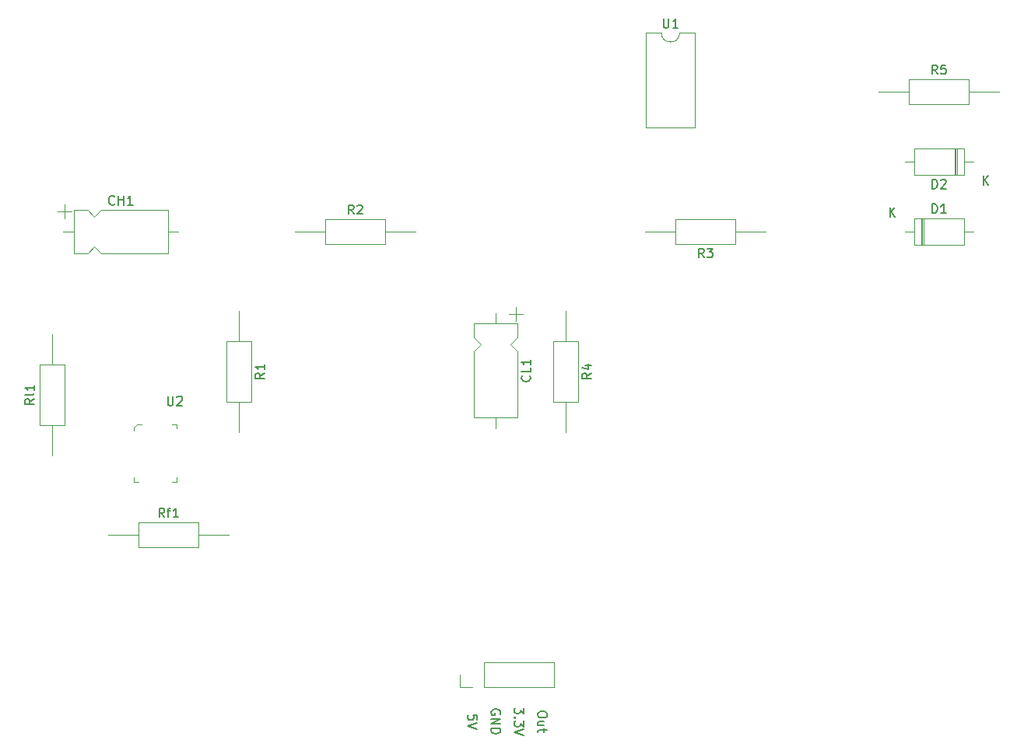
<source format=gbr>
%TF.GenerationSoftware,KiCad,Pcbnew,(6.0.4)*%
%TF.CreationDate,2022-04-14T13:38:33-04:00*%
%TF.ProjectId,pcb,7063622e-6b69-4636-9164-5f7063625858,rev?*%
%TF.SameCoordinates,Original*%
%TF.FileFunction,Legend,Top*%
%TF.FilePolarity,Positive*%
%FSLAX46Y46*%
G04 Gerber Fmt 4.6, Leading zero omitted, Abs format (unit mm)*
G04 Created by KiCad (PCBNEW (6.0.4)) date 2022-04-14 13:38:33*
%MOMM*%
%LPD*%
G01*
G04 APERTURE LIST*
%ADD10C,0.150000*%
%ADD11C,0.100000*%
%ADD12C,0.120000*%
G04 APERTURE END LIST*
D10*
X191047619Y-121086666D02*
X191047619Y-121277142D01*
X191000000Y-121372380D01*
X190904761Y-121467619D01*
X190714285Y-121515238D01*
X190380952Y-121515238D01*
X190190476Y-121467619D01*
X190095238Y-121372380D01*
X190047619Y-121277142D01*
X190047619Y-121086666D01*
X190095238Y-120991428D01*
X190190476Y-120896190D01*
X190380952Y-120848571D01*
X190714285Y-120848571D01*
X190904761Y-120896190D01*
X191000000Y-120991428D01*
X191047619Y-121086666D01*
X190714285Y-122372380D02*
X190047619Y-122372380D01*
X190714285Y-121943809D02*
X190190476Y-121943809D01*
X190095238Y-121991428D01*
X190047619Y-122086666D01*
X190047619Y-122229523D01*
X190095238Y-122324761D01*
X190142857Y-122372380D01*
X190714285Y-122705714D02*
X190714285Y-123086666D01*
X191047619Y-122848571D02*
X190190476Y-122848571D01*
X190095238Y-122896190D01*
X190047619Y-122991428D01*
X190047619Y-123086666D01*
X188507619Y-120443809D02*
X188507619Y-121062857D01*
X188126666Y-120729523D01*
X188126666Y-120872380D01*
X188079047Y-120967619D01*
X188031428Y-121015238D01*
X187936190Y-121062857D01*
X187698095Y-121062857D01*
X187602857Y-121015238D01*
X187555238Y-120967619D01*
X187507619Y-120872380D01*
X187507619Y-120586666D01*
X187555238Y-120491428D01*
X187602857Y-120443809D01*
X187602857Y-121491428D02*
X187555238Y-121539047D01*
X187507619Y-121491428D01*
X187555238Y-121443809D01*
X187602857Y-121491428D01*
X187507619Y-121491428D01*
X188507619Y-121872380D02*
X188507619Y-122491428D01*
X188126666Y-122158095D01*
X188126666Y-122300952D01*
X188079047Y-122396190D01*
X188031428Y-122443809D01*
X187936190Y-122491428D01*
X187698095Y-122491428D01*
X187602857Y-122443809D01*
X187555238Y-122396190D01*
X187507619Y-122300952D01*
X187507619Y-122015238D01*
X187555238Y-121920000D01*
X187602857Y-121872380D01*
X188507619Y-122777142D02*
X187507619Y-123110476D01*
X188507619Y-123443809D01*
X185920000Y-121158095D02*
X185967619Y-121062857D01*
X185967619Y-120920000D01*
X185920000Y-120777142D01*
X185824761Y-120681904D01*
X185729523Y-120634285D01*
X185539047Y-120586666D01*
X185396190Y-120586666D01*
X185205714Y-120634285D01*
X185110476Y-120681904D01*
X185015238Y-120777142D01*
X184967619Y-120920000D01*
X184967619Y-121015238D01*
X185015238Y-121158095D01*
X185062857Y-121205714D01*
X185396190Y-121205714D01*
X185396190Y-121015238D01*
X184967619Y-121634285D02*
X185967619Y-121634285D01*
X184967619Y-122205714D01*
X185967619Y-122205714D01*
X184967619Y-122681904D02*
X185967619Y-122681904D01*
X185967619Y-122920000D01*
X185920000Y-123062857D01*
X185824761Y-123158095D01*
X185729523Y-123205714D01*
X185539047Y-123253333D01*
X185396190Y-123253333D01*
X185205714Y-123205714D01*
X185110476Y-123158095D01*
X185015238Y-123062857D01*
X184967619Y-122920000D01*
X184967619Y-122681904D01*
%TO.C,U2*%
X149768095Y-86522380D02*
X149768095Y-87331904D01*
X149815714Y-87427142D01*
X149863333Y-87474761D01*
X149958571Y-87522380D01*
X150149047Y-87522380D01*
X150244285Y-87474761D01*
X150291904Y-87427142D01*
X150339523Y-87331904D01*
X150339523Y-86522380D01*
X150768095Y-86617619D02*
X150815714Y-86570000D01*
X150910952Y-86522380D01*
X151149047Y-86522380D01*
X151244285Y-86570000D01*
X151291904Y-86617619D01*
X151339523Y-86712857D01*
X151339523Y-86808095D01*
X151291904Y-86950952D01*
X150720476Y-87522380D01*
X151339523Y-87522380D01*
%TO.C,Rl1*%
X135242380Y-86788571D02*
X134766190Y-87121904D01*
X135242380Y-87360000D02*
X134242380Y-87360000D01*
X134242380Y-86979047D01*
X134290000Y-86883809D01*
X134337619Y-86836190D01*
X134432857Y-86788571D01*
X134575714Y-86788571D01*
X134670952Y-86836190D01*
X134718571Y-86883809D01*
X134766190Y-86979047D01*
X134766190Y-87360000D01*
X135242380Y-86217142D02*
X135194761Y-86312380D01*
X135099523Y-86360000D01*
X134242380Y-86360000D01*
X135242380Y-85312380D02*
X135242380Y-85883809D01*
X135242380Y-85598095D02*
X134242380Y-85598095D01*
X134385238Y-85693333D01*
X134480476Y-85788571D01*
X134528095Y-85883809D01*
%TO.C,Rf1*%
X149407619Y-99682380D02*
X149074285Y-99206190D01*
X148836190Y-99682380D02*
X148836190Y-98682380D01*
X149217142Y-98682380D01*
X149312380Y-98730000D01*
X149360000Y-98777619D01*
X149407619Y-98872857D01*
X149407619Y-99015714D01*
X149360000Y-99110952D01*
X149312380Y-99158571D01*
X149217142Y-99206190D01*
X148836190Y-99206190D01*
X149693333Y-99015714D02*
X150074285Y-99015714D01*
X149836190Y-99682380D02*
X149836190Y-98825238D01*
X149883809Y-98730000D01*
X149979047Y-98682380D01*
X150074285Y-98682380D01*
X150931428Y-99682380D02*
X150360000Y-99682380D01*
X150645714Y-99682380D02*
X150645714Y-98682380D01*
X150550476Y-98825238D01*
X150455238Y-98920476D01*
X150360000Y-98968095D01*
%TO.C,J1*%
X183427619Y-121729523D02*
X183427619Y-121253333D01*
X182951428Y-121205714D01*
X182999047Y-121253333D01*
X183046666Y-121348571D01*
X183046666Y-121586666D01*
X182999047Y-121681904D01*
X182951428Y-121729523D01*
X182856190Y-121777142D01*
X182618095Y-121777142D01*
X182522857Y-121729523D01*
X182475238Y-121681904D01*
X182427619Y-121586666D01*
X182427619Y-121348571D01*
X182475238Y-121253333D01*
X182522857Y-121205714D01*
X183427619Y-122062857D02*
X182427619Y-122396190D01*
X183427619Y-122729523D01*
%TO.C,D2*%
X232941904Y-63882380D02*
X232941904Y-62882380D01*
X233180000Y-62882380D01*
X233322857Y-62930000D01*
X233418095Y-63025238D01*
X233465714Y-63120476D01*
X233513333Y-63310952D01*
X233513333Y-63453809D01*
X233465714Y-63644285D01*
X233418095Y-63739523D01*
X233322857Y-63834761D01*
X233180000Y-63882380D01*
X232941904Y-63882380D01*
X233894285Y-62977619D02*
X233941904Y-62930000D01*
X234037142Y-62882380D01*
X234275238Y-62882380D01*
X234370476Y-62930000D01*
X234418095Y-62977619D01*
X234465714Y-63072857D01*
X234465714Y-63168095D01*
X234418095Y-63310952D01*
X233846666Y-63882380D01*
X234465714Y-63882380D01*
X238498095Y-63512380D02*
X238498095Y-62512380D01*
X239069523Y-63512380D02*
X238640952Y-62940952D01*
X239069523Y-62512380D02*
X238498095Y-63083809D01*
%TO.C,U1*%
X203708095Y-45382380D02*
X203708095Y-46191904D01*
X203755714Y-46287142D01*
X203803333Y-46334761D01*
X203898571Y-46382380D01*
X204089047Y-46382380D01*
X204184285Y-46334761D01*
X204231904Y-46287142D01*
X204279523Y-46191904D01*
X204279523Y-45382380D01*
X205279523Y-46382380D02*
X204708095Y-46382380D01*
X204993809Y-46382380D02*
X204993809Y-45382380D01*
X204898571Y-45525238D01*
X204803333Y-45620476D01*
X204708095Y-45668095D01*
%TO.C,R5*%
X233513333Y-51422380D02*
X233180000Y-50946190D01*
X232941904Y-51422380D02*
X232941904Y-50422380D01*
X233322857Y-50422380D01*
X233418095Y-50470000D01*
X233465714Y-50517619D01*
X233513333Y-50612857D01*
X233513333Y-50755714D01*
X233465714Y-50850952D01*
X233418095Y-50898571D01*
X233322857Y-50946190D01*
X232941904Y-50946190D01*
X234418095Y-50422380D02*
X233941904Y-50422380D01*
X233894285Y-50898571D01*
X233941904Y-50850952D01*
X234037142Y-50803333D01*
X234275238Y-50803333D01*
X234370476Y-50850952D01*
X234418095Y-50898571D01*
X234465714Y-50993809D01*
X234465714Y-51231904D01*
X234418095Y-51327142D01*
X234370476Y-51374761D01*
X234275238Y-51422380D01*
X234037142Y-51422380D01*
X233941904Y-51374761D01*
X233894285Y-51327142D01*
%TO.C,R4*%
X195862380Y-83986666D02*
X195386190Y-84320000D01*
X195862380Y-84558095D02*
X194862380Y-84558095D01*
X194862380Y-84177142D01*
X194910000Y-84081904D01*
X194957619Y-84034285D01*
X195052857Y-83986666D01*
X195195714Y-83986666D01*
X195290952Y-84034285D01*
X195338571Y-84081904D01*
X195386190Y-84177142D01*
X195386190Y-84558095D01*
X195195714Y-83129523D02*
X195862380Y-83129523D01*
X194814761Y-83367619D02*
X195529047Y-83605714D01*
X195529047Y-82986666D01*
%TO.C,R3*%
X208113333Y-71402380D02*
X207780000Y-70926190D01*
X207541904Y-71402380D02*
X207541904Y-70402380D01*
X207922857Y-70402380D01*
X208018095Y-70450000D01*
X208065714Y-70497619D01*
X208113333Y-70592857D01*
X208113333Y-70735714D01*
X208065714Y-70830952D01*
X208018095Y-70878571D01*
X207922857Y-70926190D01*
X207541904Y-70926190D01*
X208446666Y-70402380D02*
X209065714Y-70402380D01*
X208732380Y-70783333D01*
X208875238Y-70783333D01*
X208970476Y-70830952D01*
X209018095Y-70878571D01*
X209065714Y-70973809D01*
X209065714Y-71211904D01*
X209018095Y-71307142D01*
X208970476Y-71354761D01*
X208875238Y-71402380D01*
X208589523Y-71402380D01*
X208494285Y-71354761D01*
X208446666Y-71307142D01*
%TO.C,R2*%
X170013333Y-66662380D02*
X169680000Y-66186190D01*
X169441904Y-66662380D02*
X169441904Y-65662380D01*
X169822857Y-65662380D01*
X169918095Y-65710000D01*
X169965714Y-65757619D01*
X170013333Y-65852857D01*
X170013333Y-65995714D01*
X169965714Y-66090952D01*
X169918095Y-66138571D01*
X169822857Y-66186190D01*
X169441904Y-66186190D01*
X170394285Y-65757619D02*
X170441904Y-65710000D01*
X170537142Y-65662380D01*
X170775238Y-65662380D01*
X170870476Y-65710000D01*
X170918095Y-65757619D01*
X170965714Y-65852857D01*
X170965714Y-65948095D01*
X170918095Y-66090952D01*
X170346666Y-66662380D01*
X170965714Y-66662380D01*
%TO.C,R1*%
X160302380Y-83986666D02*
X159826190Y-84320000D01*
X160302380Y-84558095D02*
X159302380Y-84558095D01*
X159302380Y-84177142D01*
X159350000Y-84081904D01*
X159397619Y-84034285D01*
X159492857Y-83986666D01*
X159635714Y-83986666D01*
X159730952Y-84034285D01*
X159778571Y-84081904D01*
X159826190Y-84177142D01*
X159826190Y-84558095D01*
X160302380Y-83034285D02*
X160302380Y-83605714D01*
X160302380Y-83320000D02*
X159302380Y-83320000D01*
X159445238Y-83415238D01*
X159540476Y-83510476D01*
X159588095Y-83605714D01*
%TO.C,CL1*%
X189147142Y-84271428D02*
X189194761Y-84319047D01*
X189242380Y-84461904D01*
X189242380Y-84557142D01*
X189194761Y-84700000D01*
X189099523Y-84795238D01*
X189004285Y-84842857D01*
X188813809Y-84890476D01*
X188670952Y-84890476D01*
X188480476Y-84842857D01*
X188385238Y-84795238D01*
X188290000Y-84700000D01*
X188242380Y-84557142D01*
X188242380Y-84461904D01*
X188290000Y-84319047D01*
X188337619Y-84271428D01*
X189242380Y-83366666D02*
X189242380Y-83842857D01*
X188242380Y-83842857D01*
X189242380Y-82509523D02*
X189242380Y-83080952D01*
X189242380Y-82795238D02*
X188242380Y-82795238D01*
X188385238Y-82890476D01*
X188480476Y-82985714D01*
X188528095Y-83080952D01*
%TO.C,CH1*%
X143969523Y-65567142D02*
X143921904Y-65614761D01*
X143779047Y-65662380D01*
X143683809Y-65662380D01*
X143540952Y-65614761D01*
X143445714Y-65519523D01*
X143398095Y-65424285D01*
X143350476Y-65233809D01*
X143350476Y-65090952D01*
X143398095Y-64900476D01*
X143445714Y-64805238D01*
X143540952Y-64710000D01*
X143683809Y-64662380D01*
X143779047Y-64662380D01*
X143921904Y-64710000D01*
X143969523Y-64757619D01*
X144398095Y-65662380D02*
X144398095Y-64662380D01*
X144398095Y-65138571D02*
X144969523Y-65138571D01*
X144969523Y-65662380D02*
X144969523Y-64662380D01*
X145969523Y-65662380D02*
X145398095Y-65662380D01*
X145683809Y-65662380D02*
X145683809Y-64662380D01*
X145588571Y-64805238D01*
X145493333Y-64900476D01*
X145398095Y-64948095D01*
%TO.C,D1*%
X232941904Y-66562380D02*
X232941904Y-65562380D01*
X233180000Y-65562380D01*
X233322857Y-65610000D01*
X233418095Y-65705238D01*
X233465714Y-65800476D01*
X233513333Y-65990952D01*
X233513333Y-66133809D01*
X233465714Y-66324285D01*
X233418095Y-66419523D01*
X233322857Y-66514761D01*
X233180000Y-66562380D01*
X232941904Y-66562380D01*
X234465714Y-66562380D02*
X233894285Y-66562380D01*
X234180000Y-66562380D02*
X234180000Y-65562380D01*
X234084761Y-65705238D01*
X233989523Y-65800476D01*
X233894285Y-65848095D01*
X228338095Y-66932380D02*
X228338095Y-65932380D01*
X228909523Y-66932380D02*
X228480952Y-66360952D01*
X228909523Y-65932380D02*
X228338095Y-66503809D01*
D11*
%TO.C,U2*%
X146060000Y-89920000D02*
X146060000Y-90260000D01*
X146050000Y-95850000D02*
X146550000Y-95850000D01*
X146050000Y-95840000D02*
X146050000Y-95340000D01*
X146930000Y-89540000D02*
X146430000Y-89540000D01*
X146420000Y-89540000D02*
X146060000Y-89900000D01*
X150720000Y-89540000D02*
X150720000Y-90040000D01*
X150720000Y-89540000D02*
X150220000Y-89540000D01*
X150720000Y-95840000D02*
X150720000Y-95340000D01*
X150720000Y-95840000D02*
X150220000Y-95840000D01*
D12*
%TO.C,Rl1*%
X138530000Y-83090000D02*
X135790000Y-83090000D01*
X137160000Y-79780000D02*
X137160000Y-83090000D01*
X135790000Y-83090000D02*
X135790000Y-89630000D01*
X138530000Y-89630000D02*
X138530000Y-83090000D01*
X135790000Y-89630000D02*
X138530000Y-89630000D01*
X137160000Y-92940000D02*
X137160000Y-89630000D01*
%TO.C,Rf1*%
X153130000Y-102970000D02*
X153130000Y-100230000D01*
X156440000Y-101600000D02*
X153130000Y-101600000D01*
X153130000Y-100230000D02*
X146590000Y-100230000D01*
X146590000Y-102970000D02*
X153130000Y-102970000D01*
X146590000Y-100230000D02*
X146590000Y-102970000D01*
X143280000Y-101600000D02*
X146590000Y-101600000D01*
%TO.C,J1*%
X184150000Y-115510000D02*
X191830000Y-115510000D01*
X182880000Y-118170000D02*
X181550000Y-118170000D01*
X191830000Y-118170000D02*
X191830000Y-115510000D01*
X184150000Y-118170000D02*
X184150000Y-115510000D01*
X181550000Y-118170000D02*
X181550000Y-116840000D01*
X184150000Y-118170000D02*
X191830000Y-118170000D01*
%TO.C,D2*%
X230960000Y-62430000D02*
X236400000Y-62430000D01*
X237420000Y-60960000D02*
X236400000Y-60960000D01*
X230960000Y-59490000D02*
X230960000Y-62430000D01*
X235620000Y-62430000D02*
X235620000Y-59490000D01*
X236400000Y-62430000D02*
X236400000Y-59490000D01*
X229940000Y-60960000D02*
X230960000Y-60960000D01*
X236400000Y-59490000D02*
X230960000Y-59490000D01*
X235380000Y-62430000D02*
X235380000Y-59490000D01*
X235500000Y-62430000D02*
X235500000Y-59490000D01*
%TO.C,U1*%
X207120000Y-46930000D02*
X205470000Y-46930000D01*
X201820000Y-46930000D02*
X201820000Y-57210000D01*
X207120000Y-57210000D02*
X207120000Y-46930000D01*
X203470000Y-46930000D02*
X201820000Y-46930000D01*
X201820000Y-57210000D02*
X207120000Y-57210000D01*
X203470000Y-46930000D02*
G75*
G03*
X205470000Y-46930000I1000000J0D01*
G01*
%TO.C,R5*%
X236950000Y-54710000D02*
X236950000Y-51970000D01*
X240260000Y-53340000D02*
X236950000Y-53340000D01*
X236950000Y-51970000D02*
X230410000Y-51970000D01*
X230410000Y-54710000D02*
X236950000Y-54710000D01*
X230410000Y-51970000D02*
X230410000Y-54710000D01*
X227100000Y-53340000D02*
X230410000Y-53340000D01*
%TO.C,R4*%
X191670000Y-87090000D02*
X194410000Y-87090000D01*
X193040000Y-90400000D02*
X193040000Y-87090000D01*
X194410000Y-87090000D02*
X194410000Y-80550000D01*
X191670000Y-80550000D02*
X191670000Y-87090000D01*
X194410000Y-80550000D02*
X191670000Y-80550000D01*
X193040000Y-77240000D02*
X193040000Y-80550000D01*
%TO.C,R3*%
X205010000Y-67210000D02*
X205010000Y-69950000D01*
X201700000Y-68580000D02*
X205010000Y-68580000D01*
X205010000Y-69950000D02*
X211550000Y-69950000D01*
X211550000Y-67210000D02*
X205010000Y-67210000D01*
X211550000Y-69950000D02*
X211550000Y-67210000D01*
X214860000Y-68580000D02*
X211550000Y-68580000D01*
%TO.C,R2*%
X173450000Y-69950000D02*
X173450000Y-67210000D01*
X176760000Y-68580000D02*
X173450000Y-68580000D01*
X173450000Y-67210000D02*
X166910000Y-67210000D01*
X166910000Y-69950000D02*
X173450000Y-69950000D01*
X166910000Y-67210000D02*
X166910000Y-69950000D01*
X163600000Y-68580000D02*
X166910000Y-68580000D01*
%TO.C,R1*%
X156110000Y-87090000D02*
X158850000Y-87090000D01*
X157480000Y-90400000D02*
X157480000Y-87090000D01*
X158850000Y-87090000D02*
X158850000Y-80550000D01*
X156110000Y-80550000D02*
X156110000Y-87090000D01*
X158850000Y-80550000D02*
X156110000Y-80550000D01*
X157480000Y-77240000D02*
X157480000Y-80550000D01*
%TO.C,CL1*%
X183050000Y-81580000D02*
X183050000Y-88820000D01*
X187620000Y-76830000D02*
X187620000Y-78330000D01*
X187040000Y-80830000D02*
X187790000Y-81580000D01*
X187790000Y-88820000D02*
X183050000Y-88820000D01*
X187790000Y-78580000D02*
X183050000Y-78580000D01*
X187790000Y-80080000D02*
X187040000Y-80830000D01*
X187790000Y-78580000D02*
X187790000Y-80080000D01*
X183050000Y-80080000D02*
X183800000Y-80830000D01*
X183800000Y-80830000D02*
X183050000Y-81580000D01*
X187790000Y-81580000D02*
X187790000Y-88820000D01*
X185420000Y-89960000D02*
X185420000Y-88820000D01*
X183050000Y-78580000D02*
X183050000Y-80080000D01*
X188370000Y-77580000D02*
X186870000Y-77580000D01*
X185420000Y-77440000D02*
X185420000Y-78580000D01*
%TO.C,CH1*%
X142540000Y-70950000D02*
X149780000Y-70950000D01*
X137790000Y-66380000D02*
X139290000Y-66380000D01*
X141790000Y-66960000D02*
X142540000Y-66210000D01*
X149780000Y-66210000D02*
X149780000Y-70950000D01*
X139540000Y-66210000D02*
X139540000Y-70950000D01*
X141040000Y-66210000D02*
X141790000Y-66960000D01*
X139540000Y-66210000D02*
X141040000Y-66210000D01*
X141040000Y-70950000D02*
X141790000Y-70200000D01*
X141790000Y-70200000D02*
X142540000Y-70950000D01*
X142540000Y-66210000D02*
X149780000Y-66210000D01*
X150920000Y-68580000D02*
X149780000Y-68580000D01*
X139540000Y-70950000D02*
X141040000Y-70950000D01*
X138540000Y-65630000D02*
X138540000Y-67130000D01*
X138400000Y-68580000D02*
X139540000Y-68580000D01*
%TO.C,D1*%
X231860000Y-67110000D02*
X231860000Y-70050000D01*
X231980000Y-67110000D02*
X231980000Y-70050000D01*
X230960000Y-70050000D02*
X236400000Y-70050000D01*
X237420000Y-68580000D02*
X236400000Y-68580000D01*
X230960000Y-67110000D02*
X230960000Y-70050000D01*
X231740000Y-67110000D02*
X231740000Y-70050000D01*
X236400000Y-70050000D02*
X236400000Y-67110000D01*
X229940000Y-68580000D02*
X230960000Y-68580000D01*
X236400000Y-67110000D02*
X230960000Y-67110000D01*
%TD*%
M02*

</source>
